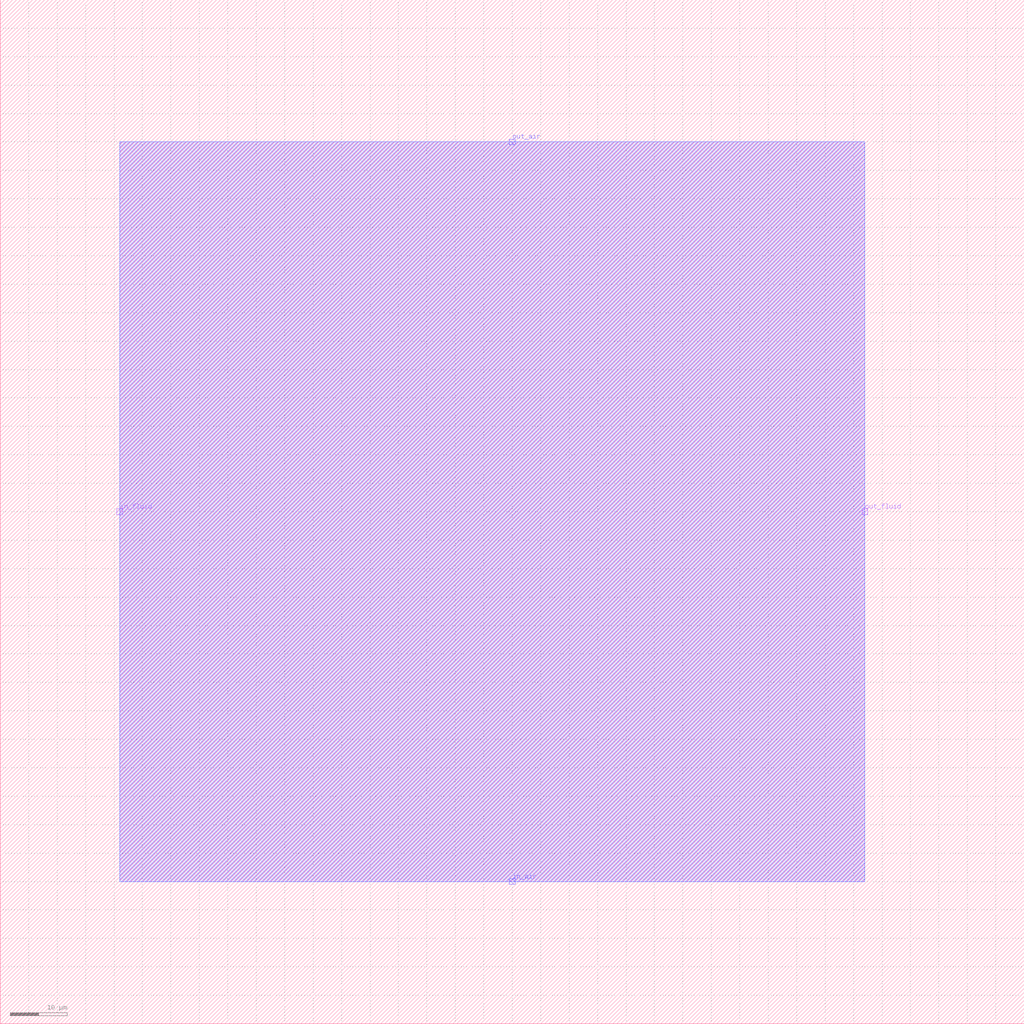
<source format=lef>

MACRO valve_40px_1
  CLASS CORE ;
  ORIGIN  0 0 ;
  FOREIGN valve_40px_1 0 0 ;
  SIZE 180 BY 180 ;
  SYMMETRY X Y ;
  SITE CoreSite ;
  PIN in_fluid
    DIRECTION INPUT ;
    USE SIGNAL ;
    PORT
      LAYER met1 ;
        RECT 20.5 89.5 21.5 90.5 ;
    END
  END in_fluid
  PIN out_fluid
    DIRECTION OUTPUT ;
    USE SIGNAL ;
    PORT
      LAYER met1 ;
        RECT 151.5 89.5 152.5 90.5 ;
    END
  END out_fluid
  PIN in_air
    DIRECTION INPUT ;
    USE SIGNAL ;
    PORT
      LAYER met2 ;
        RECT 89.5 24.5 90.5 25.5 ;
    END
  END in_air
  PIN out_air
    DIRECTION OUTPUT ;
    USE SIGNAL ;
    PORT
      LAYER met2 ;
        RECT 89.5 154.5 90.5 155.5 ;
    END
  END out_air
  OBS
    LAYER met1 ;
      RECT 21 25 152 155 ;
    LAYER met2 ;
      RECT 21 25 152 155 ;
    LAYER met3 ;
      RECT 21 25 152 155 ;
  END
  PROPERTY CatenaDesignType "deviceLevel" ;
END valve_40px_1

</source>
